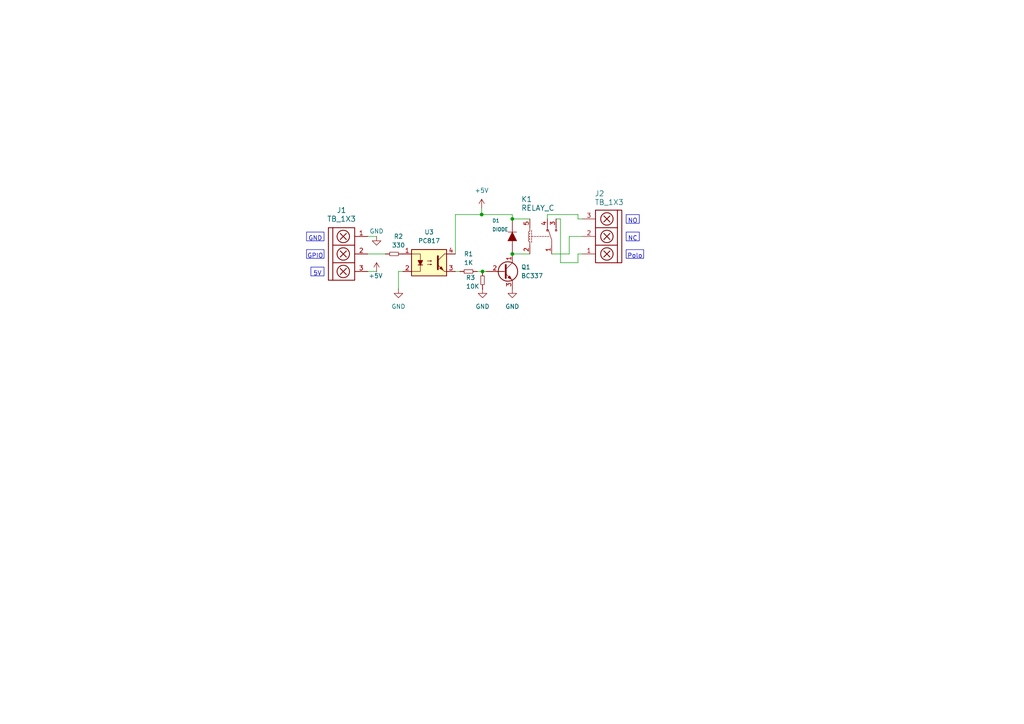
<source format=kicad_sch>
(kicad_sch (version 20231120) (generator "eeschema") (generator_version "8.0")
  (paper "A4")
  (lib_symbols
    (symbol "EESTN5:BC547" (pin_names (offset 0) hide)
      (property "Reference" "Q" (at 5.08 1.905 0))
      (property "Value" "BC547" (at 5.08 0 0))
      (symbol "BC547_0_1"
        (polyline (pts (xy 0 0) (xy 0.635 0)))
        (polyline (pts (xy 0.635 0.635) (xy 2.54 2.54)))
        (polyline (pts (xy 0.635 -0.635) (xy 2.54 -2.54) (xy 2.54 -2.54)))
        (polyline (pts (xy 0.635 1.905) (xy 0.635 -1.905) (xy 0.635 -1.905)) (stroke (width 0.508)))
        (polyline (pts (xy 1.27 -1.778) (xy 1.778 -1.27) (xy 2.286 -2.286) (xy 1.27 -1.778) (xy 1.27 -1.778)) (fill (type outline)))
        (circle (center 1.27 0) (radius 2.8194) (stroke (width 0.254)))
      )
      (symbol "BC547_1_1"
        (pin passive line (at 2.54 5.08 270) (length 2.54) (name "C") (number "1"))
        (pin input line (at -5.08 0 0) (length 5.08) (name "B") (number "2"))
        (pin passive line (at 2.54 -5.08 90) (length 2.54) (name "E") (number "3"))
      )
    )
    (symbol "EESTN5:DIODE" (pin_numbers hide) (pin_names (offset 1.016) hide)
      (property "Reference" "D" (at 0 2.54 0))
      (property "Value" "DIODE" (at 0 -2.54 0))
      (symbol "DIODE_0_1"
        (polyline (pts (xy -1.27 1.27) (xy -1.27 -1.27)))
        (polyline (pts (xy 1.27 1.27) (xy 1.27 -1.27)) (stroke (width 0.1524)))
        (polyline (pts (xy -1.27 1.27) (xy 1.27 0) (xy -1.27 -1.27)) (fill (type outline)))
      )
      (symbol "DIODE_1_1"
        (pin passive line (at -5.08 0 0) (length 3.81) (name "A") (number "1"))
        (pin passive line (at 5.08 0 180) (length 3.81) (name "K") (number "2"))
      )
    )
    (symbol "EESTN5:PC817" (pin_names (offset 1.016))
      (property "Reference" "U" (at -5.08 5.08 0))
      (property "Value" "PC817" (at 0 5.08 0))
      (symbol "PC817_0_1"
        (rectangle (start -5.08 3.81) (end 5.08 -3.81) (stroke (width 0.254)) (fill (type background)))
        (polyline (pts (xy -3.175 -0.635) (xy -1.905 -0.635)) (stroke (width 0.254)))
        (polyline (pts (xy 2.54 0.635) (xy 4.445 2.54)))
        (polyline (pts (xy 4.445 -2.54) (xy 2.54 -0.635)) (fill (type outline)))
        (polyline (pts (xy 4.445 -2.54) (xy 5.08 -2.54)))
        (polyline (pts (xy 4.445 2.54) (xy 5.08 2.54)))
        (polyline (pts (xy -5.08 2.54) (xy -2.54 2.54) (xy -2.54 0.635)))
        (polyline (pts (xy -2.54 -0.635) (xy -2.54 -2.54) (xy -5.08 -2.54)))
        (polyline (pts (xy 2.54 1.905) (xy 2.54 -1.905) (xy 2.54 -1.905)) (stroke (width 0.508)))
        (polyline (pts (xy -2.54 -0.635) (xy -3.175 0.635) (xy -1.905 0.635) (xy -2.54 -0.635)) (stroke (width 0.254)) (fill (type outline)))
        (polyline (pts (xy -0.508 -0.508) (xy 0.762 -0.508) (xy 0.381 -0.635) (xy 0.381 -0.381) (xy 0.762 -0.508)))
        (polyline (pts (xy -0.508 0.508) (xy 0.762 0.508) (xy 0.381 0.381) (xy 0.381 0.635) (xy 0.762 0.508)))
        (polyline (pts (xy 3.048 -1.651) (xy 3.556 -1.143) (xy 4.064 -2.159) (xy 3.048 -1.651) (xy 3.048 -1.651)) (fill (type outline)))
      )
      (symbol "PC817_1_1"
        (pin passive line (at -7.62 2.54 0) (length 2.54) (name "~") (number "1"))
        (pin passive line (at -7.62 -2.54 0) (length 2.54) (name "~") (number "2"))
        (pin passive line (at 7.62 -2.54 180) (length 2.54) (name "~") (number "3"))
        (pin passive line (at 7.62 2.54 180) (length 2.54) (name "~") (number "4"))
      )
    )
    (symbol "EESTN5:R" (pin_numbers hide) (pin_names (offset 0))
      (property "Reference" "R" (at -1.27 0 90))
      (property "Value" "R" (at 1.27 0 90))
      (symbol "R_0_1"
        (rectangle (start 0.508 1.27) (end -0.508 -1.27))
      )
      (symbol "R_1_1"
        (pin passive line (at 0 2.54 270) (length 1.27) (name "~") (number "1"))
        (pin passive line (at 0 -2.54 90) (length 1.27) (name "~") (number "2"))
      )
    )
    (symbol "EESTN5:RELAY_C" (pin_names (offset 1.016))
      (property "Reference" "K" (at 0 6.35 0))
      (property "Value" "RELAY_C" (at 0 -5.969 0))
      (symbol "RELAY_C_0_1"
        (arc (start -0.762 3.81) (mid -1.143 4.1894) (end -1.524 3.81))
        (polyline (pts (xy -1.778 3.302) (xy -1.27 3.302) (xy -1.27 3.302)))
        (polyline (pts (xy -1.524 -2.54) (xy -2.54 -2.54) (xy -2.54 -2.54)))
        (polyline (pts (xy -1.524 3.81) (xy -2.54 3.81) (xy -2.54 3.81)))
        (polyline (pts (xy -1.016 3.302) (xy -0.508 3.302) (xy -0.508 3.302)))
        (polyline (pts (xy -0.254 3.302) (xy 0.254 3.302) (xy 0.254 3.302)))
        (polyline (pts (xy 0 -1.27) (xy 0 -1.778) (xy 0 -1.778)))
        (polyline (pts (xy 0 -0.508) (xy 0 -1.016) (xy 0 -1.016)))
        (polyline (pts (xy 0 0.254) (xy 0 -0.254) (xy 0 -0.254)))
        (polyline (pts (xy 0 1.016) (xy 0 0.508) (xy 0 0.508)))
        (polyline (pts (xy 0 1.778) (xy 0 1.27) (xy 0 1.27)))
        (polyline (pts (xy 0 2.54) (xy 0 2.032) (xy 0 2.032)))
        (polyline (pts (xy 0 3.302) (xy 0 2.794) (xy 0 2.794)))
        (polyline (pts (xy 0.508 3.302) (xy 1.016 3.302) (xy 1.016 3.302)))
        (polyline (pts (xy 1.27 3.302) (xy 1.778 3.302) (xy 1.778 3.302)))
        (polyline (pts (xy 1.524 3.81) (xy 2.54 3.81) (xy 2.54 3.81)))
        (polyline (pts (xy 2.54 -3.81) (xy 1.778 -3.81) (xy 1.778 -3.81)))
        (polyline (pts (xy 2.54 -1.27) (xy 1.778 -1.27) (xy 1.778 -1.27)))
        (polyline (pts (xy -1.524 -2.54) (xy -1.016 -2.54) (xy 2.032 -1.524) (xy 2.032 -1.524)))
        (arc (start 0 3.81) (mid -0.381 4.1894) (end -0.762 3.81))
        (arc (start 0.762 3.81) (mid 0.381 4.1894) (end 0 3.81))
        (arc (start 1.524 3.81) (mid 1.143 4.1894) (end 0.762 3.81))
        (circle (center 1.778 -3.81) (radius 0.254))
        (circle (center 1.778 -1.27) (radius 0.254))
      )
      (symbol "RELAY_C_1_1"
        (pin passive line (at -5.08 -2.54 0) (length 2.54) (name "~") (number "1"))
        (pin passive line (at -5.08 3.81 0) (length 2.54) (name "~") (number "2"))
        (pin passive line (at 5.08 -3.81 180) (length 2.54) (name "~") (number "3"))
        (pin passive line (at 5.08 -1.27 180) (length 2.54) (name "~") (number "4"))
        (pin passive line (at 5.08 3.81 180) (length 2.54) (name "~") (number "5"))
      )
    )
    (symbol "EESTN5:TB_1X3" (pin_names (offset 1.016))
      (property "Reference" "J" (at 0 7.62 0))
      (property "Value" "TB_1X3" (at 1.27 -11.43 0))
      (symbol "TB_1X3_0_1"
        (rectangle (start -2.54 5.08) (end 5.08 -10.16) (stroke (width 0.254)))
        (polyline (pts (xy -1.27 -5.08) (xy 5.08 -5.08)) (stroke (width 0.254)))
        (polyline (pts (xy -1.27 0) (xy 5.08 0)) (stroke (width 0.254)))
        (polyline (pts (xy -1.27 5.08) (xy -1.27 -10.16)) (stroke (width 0.254)))
        (polyline (pts (xy 0.889 -8.509) (xy 2.667 -6.731)) (stroke (width 0.254)))
        (polyline (pts (xy 0.889 -6.731) (xy 2.667 -8.509)) (stroke (width 0.254)))
        (polyline (pts (xy 0.889 -3.429) (xy 2.667 -1.651)) (stroke (width 0.254)))
        (polyline (pts (xy 0.889 -1.651) (xy 2.667 -3.429)) (stroke (width 0.254)))
        (polyline (pts (xy 0.889 1.651) (xy 2.667 3.429)) (stroke (width 0.254)))
        (polyline (pts (xy 0.889 3.429) (xy 2.667 1.651)) (stroke (width 0.254)))
        (circle (center 1.778 -7.62) (radius 1.8034) (stroke (width 0.254)))
        (circle (center 1.778 -2.54) (radius 1.8034) (stroke (width 0.254)))
        (circle (center 1.778 2.54) (radius 1.8034) (stroke (width 0.254)))
      )
      (symbol "TB_1X3_1_1"
        (pin input line (at 8.89 2.54 180) (length 3.81) (name "~") (number "1"))
        (pin input line (at 8.89 -2.54 180) (length 3.81) (name "~") (number "2"))
        (pin input line (at 8.89 -7.62 180) (length 3.81) (name "~") (number "3"))
      )
    )
    (symbol "power:+5V" (power) (pin_numbers hide) (pin_names (offset 0) hide)
      (property "Value" "+5V" (at 0 3.556 0))
      (symbol "+5V_0_1"
        (polyline (pts (xy -0.762 1.27) (xy 0 2.54)))
        (polyline (pts (xy 0 0) (xy 0 2.54)))
        (polyline (pts (xy 0 2.54) (xy 0.762 1.27)))
      )
      (symbol "+5V_1_1"
        (pin power_in line (at 0 0 90) (length 0) (name "~") (number "1"))
      )
    )
    (symbol "power:GND" (power) (pin_numbers hide) (pin_names (offset 0) hide)
      (property "Value" "GND" (at 0 -3.81 0))
      (symbol "GND_0_1"
        (polyline (pts (xy 0 0) (xy 0 -1.27) (xy 1.27 -1.27) (xy 0 -2.54) (xy -1.27 -1.27) (xy 0 -1.27)))
      )
      (symbol "GND_1_1"
        (pin power_in line (at 0 0 270) (length 0) (name "~") (number "1"))
      )
    )
  )
  (junction (at 139.7 62.23))
  (junction (at 148.59 63.5))
  (junction (at 139.954 78.74))
  (junction (at 148.59 73.66))
  (wire (pts (xy 160.02 73.66) (xy 165.1 73.66)))
  (wire (pts (xy 139.7 62.23) (xy 148.59 62.23)))
  (wire (pts (xy 162.56 76.2) (xy 167.64 76.2)))
  (wire (pts (xy 158.75 62.23) (xy 167.64 62.23)))
  (wire (pts (xy 106.68 78.74) (xy 109.22 78.74)))
  (wire (pts (xy 139.954 78.74) (xy 140.97 78.74)))
  (wire (pts (xy 161.29 63.5) (xy 162.56 63.5)))
  (wire (pts (xy 148.59 63.5) (xy 153.67 63.5)))
  (wire (pts (xy 106.68 68.58) (xy 109.22 68.58)))
  (wire (pts (xy 138.43 78.74) (xy 139.954 78.74)))
  (wire (pts (xy 132.08 73.66) (xy 132.08 62.23)))
  (wire (pts (xy 106.68 73.66) (xy 111.76 73.66)))
  (wire (pts (xy 165.1 73.66) (xy 165.1 68.58)))
  (wire (pts (xy 132.08 78.74) (xy 133.35 78.74)))
  (wire (pts (xy 167.64 63.5) (xy 168.91 63.5)))
  (wire (pts (xy 167.64 62.23) (xy 167.64 63.5)))
  (wire (pts (xy 167.64 73.66) (xy 168.91 73.66)))
  (wire (pts (xy 139.7 62.23) (xy 132.08 62.23)))
  (wire (pts (xy 139.7 60.325) (xy 139.7 62.23)))
  (wire (pts (xy 115.57 78.74) (xy 115.57 83.82)))
  (wire (pts (xy 148.59 73.66) (xy 153.67 73.66)))
  (wire (pts (xy 162.56 63.5) (xy 162.56 76.2)))
  (wire (pts (xy 158.75 63.5) (xy 158.75 62.23)))
  (wire (pts (xy 167.64 76.2) (xy 167.64 73.66)))
  (wire (pts (xy 148.59 62.23) (xy 148.59 63.5)))
  (wire (pts (xy 165.1 68.58) (xy 168.91 68.58)))
  (wire (pts (xy 115.57 78.74) (xy 116.84 78.74)))
  (text_box "GND" (at 88.9 67.31 0) (size 5.08 2.54) (effects (font (size 1.27 1.27)) (justify top)))
  (text_box "NC" (at 181.61 67.31 0) (size 3.81 2.54) (effects (font (size 1.27 1.27)) (justify top)))
  (text_box "NO" (at 181.61 62.23 0) (size 3.81 2.54) (effects (font (size 1.27 1.27)) (justify top)))
  (text_box "5V" (at 90.17 77.47 0) (size 3.81 2.54) (effects (font (size 1.27 1.27)) (justify top)))
  (text_box "GPIO\n" (at 88.9 72.39 0) (size 5.08 2.54) (effects (font (size 1.27 1.27)) (justify top)))
  (text_box "Polo" (at 181.61 72.39 0) (size 5.08 2.54) (effects (font (size 1.27 1.27)) (justify top)))
  (symbol (lib_id "EESTN5:PC817") (at 124.46 76.2 0) (unit 1)
    (property "Reference" "U3" (at 124.46 67.31 0))
    (property "Value" "PC817" (at 124.46 69.85 0))
    (property "Footprint" "Package_SO:SSO-4_6.7x5.1mm_P2.54mm_Clearance8mm" (effects (hide yes)))
    (property "Datasheet" "http://www.soselectronic.cz/a_info/resource/d/pc817.pdf" (effects (hide yes)))
    (property "Description" "DC Optocoupler, Vce 35V, CTR 50-300%, DIP4" (effects (hide yes)))
  )
  (symbol (lib_id "EESTN5:R") (at 139.954 81.28 180) (unit 1)
    (property "Reference" "R3" (at 135.128 80.518 0) (effects (justify right)))
    (property "Value" "10K" (at 135.128 83.058 0) (effects (justify right)))
    (property "Footprint" "Diode_SMD:D_0805_2012Metric" (effects (hide yes)))
    (property "Description" "Resistor" (effects (hide yes)))
  )
  (symbol (lib_id "EESTN5:TB_1X3") (at 97.79 71.12 0) (unit 1)
    (property "Reference" "J1" (at 99.06 60.96 0) (effects (font (size 1.524 1.524))))
    (property "Value" "TB_1X3" (at 99.06 63.5 0) (effects (font (size 1.524 1.524))))
    (property "Footprint" "Connector_PinHeader_2.54mm:PinHeader_1x03_P2.54mm_Vertical" (effects (hide yes)))
  )
  (symbol (lib_id "EESTN5:R") (at 135.89 78.74 90) (unit 1)
    (property "Reference" "R1" (at 135.89 73.66 90))
    (property "Value" "1K" (at 135.89 76.2 90))
    (property "Footprint" "Diode_SMD:D_0805_2012Metric" (effects (hide yes)))
    (property "Description" "Resistor" (effects (hide yes)))
  )
  (symbol (lib_id "power:+5V") (at 109.22 78.74 0) (unit 1)
    (property "Reference" "#PWR05" (effects (hide yes)))
    (property "Value" "+5V" (at 108.966 80.01 0))
    (property "Description" "Power symbol creates a global label with name \"+5V\"" (effects (hide yes)))
  )
  (symbol (lib_id "power:GND") (at 115.57 83.82 0) (unit 1)
    (property "Reference" "#PWR02" (effects (hide yes)))
    (property "Value" "GND" (at 115.57 88.9 0))
    (property "Description" "Power symbol creates a global label with name \"GND\" , ground" (effects (hide yes)))
  )
  (symbol (lib_id "EESTN5:TB_1X3") (at 177.8 71.12 180) (unit 1)
    (property "Reference" "J2" (at 172.466 56.134 0) (effects (font (size 1.524 1.524)) (justify right)))
    (property "Value" "TB_1X3" (at 172.466 58.674 0) (effects (font (size 1.524 1.524)) (justify right)))
    (property "Footprint" "TerminalBlock:TerminalBlock_bornier-3_P5.08mm" (effects (hide yes)))
  )
  (symbol (lib_id "power:+5V") (at 139.7 60.325 0) (unit 1)
    (property "Reference" "#PWR03" (effects (hide yes)))
    (property "Value" "+5V" (at 139.7 55.245 0))
    (property "Description" "Power symbol creates a global label with name \"+5V\"" (effects (hide yes)))
  )
  (symbol (lib_id "EESTN5:R") (at 114.3 73.66 90) (unit 1)
    (property "Reference" "R2" (at 115.57 68.58 90))
    (property "Value" "330" (at 115.57 71.12 90))
    (property "Footprint" "Diode_SMD:D_0805_2012Metric" (effects (hide yes)))
    (property "Description" "Resistor" (effects (hide yes)))
  )
  (symbol (lib_id "power:GND") (at 109.22 68.58 0) (unit 1)
    (property "Reference" "#PWR04" (effects (hide yes)))
    (property "Value" "GND" (at 109.22 67.056 0))
    (property "Description" "Power symbol creates a global label with name \"GND\" , ground" (effects (hide yes)))
  )
  (symbol (lib_id "power:GND") (at 148.59 83.82 0) (unit 1)
    (property "Reference" "#PWR01" (effects (hide yes)))
    (property "Value" "GND" (at 148.59 88.9 0))
    (property "Description" "Power symbol creates a global label with name \"GND\" , ground" (effects (hide yes)))
  )
  (symbol (lib_id "EESTN5:BC547") (at 146.05 78.74 0) (unit 1)
    (property "Reference" "Q1" (at 151.13 77.4699 0) (effects (justify left)))
    (property "Value" "BC337" (at 151.13 80.0099 0) (effects (justify left)))
    (property "Footprint" "Package_TO_SOT_THT:TO-92L_Inline_Wide" (effects (hide yes)))
    (property "Datasheet" "http://www.fairchildsemi.com/ds/BC/BC547.pdf" (effects (hide yes)))
    (property "Description" "45V Vce, 0.1A Ic, NPN, Small Signal Transistor, TO-92" (effects (hide yes)))
  )
  (symbol (lib_id "EESTN5:DIODE") (at 148.59 68.58 90) (unit 1)
    (property "Reference" "D1" (at 142.748 64.008 90) (effects (font (size 1.016 1.016)) (justify right)))
    (property "Value" "DIODE" (at 142.748 66.548 90) (effects (font (size 1.016 1.016)) (justify right)))
    (property "Footprint" "Diode_SMD:D_SMA" (effects (hide yes)))
  )
  (symbol (lib_id "power:GND") (at 139.954 83.82 0) (unit 1)
    (property "Reference" "#PWR06" (effects (hide yes)))
    (property "Value" "GND" (at 139.954 88.9 0))
    (property "Description" "Power symbol creates a global label with name \"GND\" , ground" (effects (hide yes)))
  )
  (symbol (lib_id "EESTN5:RELAY_C") (at 157.48 68.58 90) (unit 1)
    (property "Reference" "K1" (at 151.13 57.785 90) (effects (font (size 1.524 1.524)) (justify right)))
    (property "Value" "RELAY_C" (at 151.13 60.325 90) (effects (font (size 1.524 1.524)) (justify right)))
    (property "Footprint" "Relay_THT:Relay_SPDT_SANYOU_SRD_Series_Form_C" (effects (hide yes)))
  )
)
</source>
